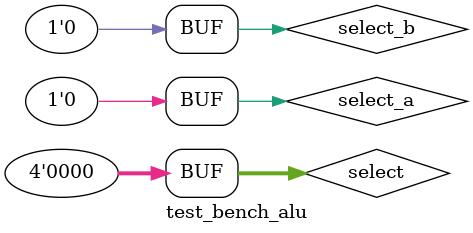
<source format=v>
`timescale 1ns / 1ps


module test_bench_alu;

	// Inputs
	reg [3:0] select;
	reg  select_a;
	reg  select_b;

	// Outputs
	wire [7:0] out_put;
	wire carry_flag;

	// Instantiate the Unit Under Test (UUT)
	ALU uut (
		.select(select), 
		.select_a(select_a), 
		.select_b(select_b), 
		.out_put(out_put), 
		.carry_flag(carry_flag)
	);

	initial begin
		// Initialize Inputs
		select = 0;
		select_a = 0;
		select_b = 0;

		// Wait 100 ns for global reset to finish
		#10 select_a = 1;
		#5 select_a = 0;
		#5 select_b = 1;
      #5 select_b = 0;  
		// Add stimulus here

	end
      
endmodule


</source>
